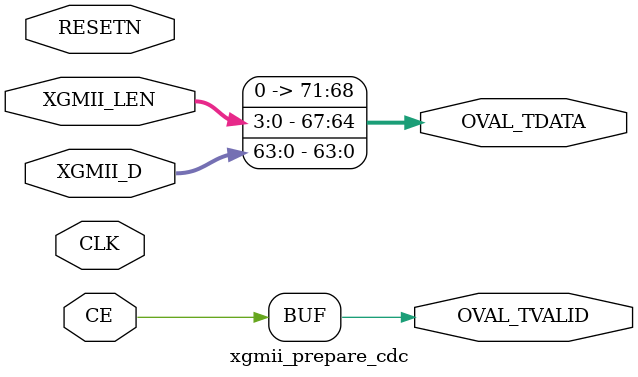
<source format=v>


module xgmii_prepare_cdc(
input CLK,
input RESETN,
input [63:0] XGMII_D,
input [3:0] XGMII_LEN,
input CE,
output [71:0] OVAL_TDATA,
output OVAL_TVALID
);

assign OVAL_TDATA = { 4'b0, XGMII_LEN[3:0], XGMII_D[63:0] };
assign OVAL_TVALID = CE;

endmodule

</source>
